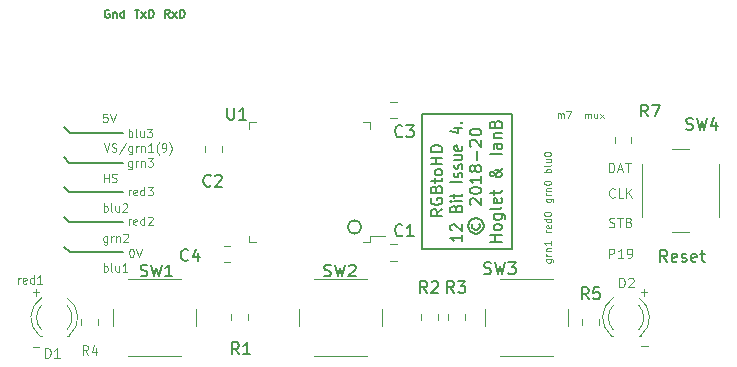
<source format=gto>
G04 #@! TF.GenerationSoftware,KiCad,Pcbnew,5.1.5+dfsg1-2build2*
G04 #@! TF.CreationDate,2022-04-20T15:50:19-04:00*
G04 #@! TF.ProjectId,rgb-to-hdmi,7267622d-746f-42d6-9864-6d692e6b6963,rev?*
G04 #@! TF.SameCoordinates,Original*
G04 #@! TF.FileFunction,Legend,Top*
G04 #@! TF.FilePolarity,Positive*
%FSLAX46Y46*%
G04 Gerber Fmt 4.6, Leading zero omitted, Abs format (unit mm)*
G04 Created by KiCad (PCBNEW 5.1.5+dfsg1-2build2) date 2022-04-20 15:50:19*
%MOMM*%
%LPD*%
G04 APERTURE LIST*
%ADD10C,0.100000*%
%ADD11C,0.110000*%
%ADD12C,0.150000*%
%ADD13C,0.120000*%
%ADD14C,0.130000*%
G04 APERTURE END LIST*
D10*
X66006228Y-45963445D02*
X66491942Y-45963445D01*
X66549085Y-45992017D01*
X66577657Y-46020588D01*
X66606228Y-46077731D01*
X66606228Y-46163445D01*
X66577657Y-46220588D01*
X66377657Y-45963445D02*
X66406228Y-46020588D01*
X66406228Y-46134874D01*
X66377657Y-46192017D01*
X66349085Y-46220588D01*
X66291942Y-46249160D01*
X66120514Y-46249160D01*
X66063371Y-46220588D01*
X66034800Y-46192017D01*
X66006228Y-46134874D01*
X66006228Y-46020588D01*
X66034800Y-45963445D01*
X66406228Y-45677731D02*
X66006228Y-45677731D01*
X66120514Y-45677731D02*
X66063371Y-45649160D01*
X66034800Y-45620588D01*
X66006228Y-45563445D01*
X66006228Y-45506302D01*
X66006228Y-45306302D02*
X66406228Y-45306302D01*
X66063371Y-45306302D02*
X66034800Y-45277731D01*
X66006228Y-45220588D01*
X66006228Y-45134874D01*
X66034800Y-45077731D01*
X66091942Y-45049160D01*
X66406228Y-45049160D01*
X66406228Y-44449160D02*
X66406228Y-44792017D01*
X66406228Y-44620588D02*
X65806228Y-44620588D01*
X65891942Y-44677731D01*
X65949085Y-44734874D01*
X65977657Y-44792017D01*
D11*
X22535733Y-48777360D02*
X23069066Y-48777360D01*
X22802400Y-49044026D02*
X22802400Y-48510693D01*
X74021533Y-48777360D02*
X74554866Y-48777360D01*
X74288200Y-49044026D02*
X74288200Y-48510693D01*
D12*
X25642000Y-45374560D02*
X25190000Y-44917360D01*
D10*
X69274971Y-34038188D02*
X69274971Y-33638188D01*
X69274971Y-33695331D02*
X69303542Y-33666760D01*
X69360685Y-33638188D01*
X69446400Y-33638188D01*
X69503542Y-33666760D01*
X69532114Y-33723902D01*
X69532114Y-34038188D01*
X69532114Y-33723902D02*
X69560685Y-33666760D01*
X69617828Y-33638188D01*
X69703542Y-33638188D01*
X69760685Y-33666760D01*
X69789257Y-33723902D01*
X69789257Y-34038188D01*
X70332114Y-33638188D02*
X70332114Y-34038188D01*
X70074971Y-33638188D02*
X70074971Y-33952474D01*
X70103542Y-34009617D01*
X70160685Y-34038188D01*
X70246400Y-34038188D01*
X70303542Y-34009617D01*
X70332114Y-33981045D01*
X70560685Y-34038188D02*
X70874971Y-33638188D01*
X70560685Y-33638188D02*
X70874971Y-34038188D01*
X66963542Y-34012788D02*
X66963542Y-33612788D01*
X66963542Y-33669931D02*
X66992114Y-33641360D01*
X67049257Y-33612788D01*
X67134971Y-33612788D01*
X67192114Y-33641360D01*
X67220685Y-33698502D01*
X67220685Y-34012788D01*
X67220685Y-33698502D02*
X67249257Y-33641360D01*
X67306400Y-33612788D01*
X67392114Y-33612788D01*
X67449257Y-33641360D01*
X67477828Y-33698502D01*
X67477828Y-34012788D01*
X67706400Y-33412788D02*
X68106400Y-33412788D01*
X67849257Y-34012788D01*
X66406228Y-38597417D02*
X65806228Y-38597417D01*
X66034800Y-38597417D02*
X66006228Y-38540274D01*
X66006228Y-38425988D01*
X66034800Y-38368845D01*
X66063371Y-38340274D01*
X66120514Y-38311702D01*
X66291942Y-38311702D01*
X66349085Y-38340274D01*
X66377657Y-38368845D01*
X66406228Y-38425988D01*
X66406228Y-38540274D01*
X66377657Y-38597417D01*
X66406228Y-37968845D02*
X66377657Y-38025988D01*
X66320514Y-38054560D01*
X65806228Y-38054560D01*
X66006228Y-37483131D02*
X66406228Y-37483131D01*
X66006228Y-37740274D02*
X66320514Y-37740274D01*
X66377657Y-37711702D01*
X66406228Y-37654560D01*
X66406228Y-37568845D01*
X66377657Y-37511702D01*
X66349085Y-37483131D01*
X65806228Y-37083131D02*
X65806228Y-37025988D01*
X65834800Y-36968845D01*
X65863371Y-36940274D01*
X65920514Y-36911702D01*
X66034800Y-36883131D01*
X66177657Y-36883131D01*
X66291942Y-36911702D01*
X66349085Y-36940274D01*
X66377657Y-36968845D01*
X66406228Y-37025988D01*
X66406228Y-37083131D01*
X66377657Y-37140274D01*
X66349085Y-37168845D01*
X66291942Y-37197417D01*
X66177657Y-37225988D01*
X66034800Y-37225988D01*
X65920514Y-37197417D01*
X65863371Y-37168845D01*
X65834800Y-37140274D01*
X65806228Y-37083131D01*
X66006228Y-40832645D02*
X66491942Y-40832645D01*
X66549085Y-40861217D01*
X66577657Y-40889788D01*
X66606228Y-40946931D01*
X66606228Y-41032645D01*
X66577657Y-41089788D01*
X66377657Y-40832645D02*
X66406228Y-40889788D01*
X66406228Y-41004074D01*
X66377657Y-41061217D01*
X66349085Y-41089788D01*
X66291942Y-41118360D01*
X66120514Y-41118360D01*
X66063371Y-41089788D01*
X66034800Y-41061217D01*
X66006228Y-41004074D01*
X66006228Y-40889788D01*
X66034800Y-40832645D01*
X66406228Y-40546931D02*
X66006228Y-40546931D01*
X66120514Y-40546931D02*
X66063371Y-40518360D01*
X66034800Y-40489788D01*
X66006228Y-40432645D01*
X66006228Y-40375502D01*
X66006228Y-40175502D02*
X66406228Y-40175502D01*
X66063371Y-40175502D02*
X66034800Y-40146931D01*
X66006228Y-40089788D01*
X66006228Y-40004074D01*
X66034800Y-39946931D01*
X66091942Y-39918360D01*
X66406228Y-39918360D01*
X65806228Y-39518360D02*
X65806228Y-39461217D01*
X65834800Y-39404074D01*
X65863371Y-39375502D01*
X65920514Y-39346931D01*
X66034800Y-39318360D01*
X66177657Y-39318360D01*
X66291942Y-39346931D01*
X66349085Y-39375502D01*
X66377657Y-39404074D01*
X66406228Y-39461217D01*
X66406228Y-39518360D01*
X66377657Y-39575502D01*
X66349085Y-39604074D01*
X66291942Y-39632645D01*
X66177657Y-39661217D01*
X66034800Y-39661217D01*
X65920514Y-39632645D01*
X65863371Y-39604074D01*
X65834800Y-39575502D01*
X65806228Y-39518360D01*
X66406228Y-43691702D02*
X66006228Y-43691702D01*
X66120514Y-43691702D02*
X66063371Y-43663131D01*
X66034800Y-43634560D01*
X66006228Y-43577417D01*
X66006228Y-43520274D01*
X66377657Y-43091702D02*
X66406228Y-43148845D01*
X66406228Y-43263131D01*
X66377657Y-43320274D01*
X66320514Y-43348845D01*
X66091942Y-43348845D01*
X66034800Y-43320274D01*
X66006228Y-43263131D01*
X66006228Y-43148845D01*
X66034800Y-43091702D01*
X66091942Y-43063131D01*
X66149085Y-43063131D01*
X66206228Y-43348845D01*
X66406228Y-42548845D02*
X65806228Y-42548845D01*
X66377657Y-42548845D02*
X66406228Y-42605988D01*
X66406228Y-42720274D01*
X66377657Y-42777417D01*
X66349085Y-42805988D01*
X66291942Y-42834560D01*
X66120514Y-42834560D01*
X66063371Y-42805988D01*
X66034800Y-42777417D01*
X66006228Y-42720274D01*
X66006228Y-42605988D01*
X66034800Y-42548845D01*
X65806228Y-42148845D02*
X65806228Y-42091702D01*
X65834800Y-42034560D01*
X65863371Y-42005988D01*
X65920514Y-41977417D01*
X66034800Y-41948845D01*
X66177657Y-41948845D01*
X66291942Y-41977417D01*
X66349085Y-42005988D01*
X66377657Y-42034560D01*
X66406228Y-42091702D01*
X66406228Y-42148845D01*
X66377657Y-42205988D01*
X66349085Y-42234560D01*
X66291942Y-42263131D01*
X66177657Y-42291702D01*
X66034800Y-42291702D01*
X65920514Y-42263131D01*
X65863371Y-42234560D01*
X65834800Y-42205988D01*
X65806228Y-42148845D01*
D12*
X76238904Y-46178340D02*
X75905571Y-45702150D01*
X75667476Y-46178340D02*
X75667476Y-45178340D01*
X76048428Y-45178340D01*
X76143666Y-45225960D01*
X76191285Y-45273579D01*
X76238904Y-45368817D01*
X76238904Y-45511674D01*
X76191285Y-45606912D01*
X76143666Y-45654531D01*
X76048428Y-45702150D01*
X75667476Y-45702150D01*
X77048428Y-46130721D02*
X76953190Y-46178340D01*
X76762714Y-46178340D01*
X76667476Y-46130721D01*
X76619857Y-46035483D01*
X76619857Y-45654531D01*
X76667476Y-45559293D01*
X76762714Y-45511674D01*
X76953190Y-45511674D01*
X77048428Y-45559293D01*
X77096047Y-45654531D01*
X77096047Y-45749769D01*
X76619857Y-45845007D01*
X77477000Y-46130721D02*
X77572238Y-46178340D01*
X77762714Y-46178340D01*
X77857952Y-46130721D01*
X77905571Y-46035483D01*
X77905571Y-45987864D01*
X77857952Y-45892626D01*
X77762714Y-45845007D01*
X77619857Y-45845007D01*
X77524619Y-45797388D01*
X77477000Y-45702150D01*
X77477000Y-45654531D01*
X77524619Y-45559293D01*
X77619857Y-45511674D01*
X77762714Y-45511674D01*
X77857952Y-45559293D01*
X78715095Y-46130721D02*
X78619857Y-46178340D01*
X78429380Y-46178340D01*
X78334142Y-46130721D01*
X78286523Y-46035483D01*
X78286523Y-45654531D01*
X78334142Y-45559293D01*
X78429380Y-45511674D01*
X78619857Y-45511674D01*
X78715095Y-45559293D01*
X78762714Y-45654531D01*
X78762714Y-45749769D01*
X78286523Y-45845007D01*
X79048428Y-45511674D02*
X79429380Y-45511674D01*
X79191285Y-45178340D02*
X79191285Y-46035483D01*
X79238904Y-46130721D01*
X79334142Y-46178340D01*
X79429380Y-46178340D01*
D11*
X21294400Y-48028026D02*
X21294400Y-47561360D01*
X21294400Y-47694693D02*
X21327733Y-47628026D01*
X21361066Y-47594693D01*
X21427733Y-47561360D01*
X21494400Y-47561360D01*
X21994400Y-47994693D02*
X21927733Y-48028026D01*
X21794400Y-48028026D01*
X21727733Y-47994693D01*
X21694400Y-47928026D01*
X21694400Y-47661360D01*
X21727733Y-47594693D01*
X21794400Y-47561360D01*
X21927733Y-47561360D01*
X21994400Y-47594693D01*
X22027733Y-47661360D01*
X22027733Y-47728026D01*
X21694400Y-47794693D01*
X22627733Y-48028026D02*
X22627733Y-47328026D01*
X22627733Y-47994693D02*
X22561066Y-48028026D01*
X22427733Y-48028026D01*
X22361066Y-47994693D01*
X22327733Y-47961360D01*
X22294400Y-47894693D01*
X22294400Y-47694693D01*
X22327733Y-47628026D01*
X22361066Y-47594693D01*
X22427733Y-47561360D01*
X22561066Y-47561360D01*
X22627733Y-47594693D01*
X23327733Y-48028026D02*
X22927733Y-48028026D01*
X23127733Y-48028026D02*
X23127733Y-47328026D01*
X23061066Y-47428026D01*
X22994400Y-47494693D01*
X22927733Y-47528026D01*
X28524666Y-47012026D02*
X28524666Y-46312026D01*
X28524666Y-46578693D02*
X28591333Y-46545360D01*
X28724666Y-46545360D01*
X28791333Y-46578693D01*
X28824666Y-46612026D01*
X28858000Y-46678693D01*
X28858000Y-46878693D01*
X28824666Y-46945360D01*
X28791333Y-46978693D01*
X28724666Y-47012026D01*
X28591333Y-47012026D01*
X28524666Y-46978693D01*
X29258000Y-47012026D02*
X29191333Y-46978693D01*
X29158000Y-46912026D01*
X29158000Y-46312026D01*
X29824666Y-46545360D02*
X29824666Y-47012026D01*
X29524666Y-46545360D02*
X29524666Y-46912026D01*
X29558000Y-46978693D01*
X29624666Y-47012026D01*
X29724666Y-47012026D01*
X29791333Y-46978693D01*
X29824666Y-46945360D01*
X30524666Y-47012026D02*
X30124666Y-47012026D01*
X30324666Y-47012026D02*
X30324666Y-46312026D01*
X30258000Y-46412026D01*
X30191333Y-46478693D01*
X30124666Y-46512026D01*
D12*
X25642000Y-35239960D02*
X25184800Y-34782760D01*
X26150000Y-35239960D02*
X25642000Y-35239960D01*
X26150000Y-45374560D02*
X25642000Y-45374560D01*
X25621800Y-42834560D02*
X25164600Y-42377360D01*
X26150000Y-42834560D02*
X25642000Y-42834560D01*
X25621800Y-40294560D02*
X25164600Y-39837360D01*
X26175400Y-40294560D02*
X25642000Y-40294560D01*
X25621800Y-37779960D02*
X25164600Y-37322760D01*
X26150000Y-37779960D02*
X25642000Y-37779960D01*
D13*
X71305091Y-45863464D02*
X71305091Y-45063464D01*
X71609853Y-45063464D01*
X71686043Y-45101560D01*
X71724139Y-45139655D01*
X71762234Y-45215845D01*
X71762234Y-45330131D01*
X71724139Y-45406321D01*
X71686043Y-45444417D01*
X71609853Y-45482512D01*
X71305091Y-45482512D01*
X72524139Y-45863464D02*
X72066996Y-45863464D01*
X72295567Y-45863464D02*
X72295567Y-45063464D01*
X72219377Y-45177750D01*
X72143186Y-45253940D01*
X72066996Y-45292036D01*
X72905091Y-45863464D02*
X73057472Y-45863464D01*
X73133662Y-45825369D01*
X73171758Y-45787274D01*
X73247948Y-45672988D01*
X73286043Y-45520607D01*
X73286043Y-45215845D01*
X73247948Y-45139655D01*
X73209853Y-45101560D01*
X73133662Y-45063464D01*
X72981281Y-45063464D01*
X72905091Y-45101560D01*
X72866996Y-45139655D01*
X72828900Y-45215845D01*
X72828900Y-45406321D01*
X72866996Y-45482512D01*
X72905091Y-45520607D01*
X72981281Y-45558702D01*
X73133662Y-45558702D01*
X73209853Y-45520607D01*
X73247948Y-45482512D01*
X73286043Y-45406321D01*
X71322866Y-43209169D02*
X71437152Y-43247264D01*
X71627628Y-43247264D01*
X71703819Y-43209169D01*
X71741914Y-43171074D01*
X71780009Y-43094883D01*
X71780009Y-43018693D01*
X71741914Y-42942502D01*
X71703819Y-42904407D01*
X71627628Y-42866312D01*
X71475247Y-42828217D01*
X71399057Y-42790121D01*
X71360961Y-42752026D01*
X71322866Y-42675836D01*
X71322866Y-42599645D01*
X71360961Y-42523455D01*
X71399057Y-42485360D01*
X71475247Y-42447264D01*
X71665723Y-42447264D01*
X71780009Y-42485360D01*
X72008580Y-42447264D02*
X72465723Y-42447264D01*
X72237152Y-43247264D02*
X72237152Y-42447264D01*
X72999057Y-42828217D02*
X73113342Y-42866312D01*
X73151438Y-42904407D01*
X73189533Y-42980598D01*
X73189533Y-43094883D01*
X73151438Y-43171074D01*
X73113342Y-43209169D01*
X73037152Y-43247264D01*
X72732390Y-43247264D01*
X72732390Y-42447264D01*
X72999057Y-42447264D01*
X73075247Y-42485360D01*
X73113342Y-42523455D01*
X73151438Y-42599645D01*
X73151438Y-42675836D01*
X73113342Y-42752026D01*
X73075247Y-42790121D01*
X72999057Y-42828217D01*
X72732390Y-42828217D01*
X71312697Y-38586364D02*
X71312697Y-37786364D01*
X71503173Y-37786364D01*
X71617459Y-37824460D01*
X71693649Y-37900650D01*
X71731744Y-37976840D01*
X71769840Y-38129221D01*
X71769840Y-38243507D01*
X71731744Y-38395888D01*
X71693649Y-38472079D01*
X71617459Y-38548269D01*
X71503173Y-38586364D01*
X71312697Y-38586364D01*
X72074601Y-38357793D02*
X72455554Y-38357793D01*
X71998411Y-38586364D02*
X72265078Y-37786364D01*
X72531744Y-38586364D01*
X72684125Y-37786364D02*
X73141268Y-37786364D01*
X72912697Y-38586364D02*
X72912697Y-37786364D01*
X71805409Y-40681874D02*
X71767314Y-40719969D01*
X71653028Y-40758064D01*
X71576838Y-40758064D01*
X71462552Y-40719969D01*
X71386361Y-40643779D01*
X71348266Y-40567588D01*
X71310171Y-40415207D01*
X71310171Y-40300921D01*
X71348266Y-40148540D01*
X71386361Y-40072350D01*
X71462552Y-39996160D01*
X71576838Y-39958064D01*
X71653028Y-39958064D01*
X71767314Y-39996160D01*
X71805409Y-40034255D01*
X72529219Y-40758064D02*
X72148266Y-40758064D01*
X72148266Y-39958064D01*
X72795885Y-40758064D02*
X72795885Y-39958064D01*
X73253028Y-40758064D02*
X72910171Y-40300921D01*
X73253028Y-39958064D02*
X72795885Y-40415207D01*
D12*
X30193800Y-45374560D02*
X26129800Y-45374560D01*
D11*
X30851066Y-45067426D02*
X30917733Y-45067426D01*
X30984400Y-45100760D01*
X31017733Y-45134093D01*
X31051066Y-45200760D01*
X31084400Y-45334093D01*
X31084400Y-45500760D01*
X31051066Y-45634093D01*
X31017733Y-45700760D01*
X30984400Y-45734093D01*
X30917733Y-45767426D01*
X30851066Y-45767426D01*
X30784400Y-45734093D01*
X30751066Y-45700760D01*
X30717733Y-45634093D01*
X30684400Y-45500760D01*
X30684400Y-45334093D01*
X30717733Y-45200760D01*
X30751066Y-45134093D01*
X30784400Y-45100760D01*
X30851066Y-45067426D01*
X31284400Y-45067426D02*
X31517733Y-45767426D01*
X31751066Y-45067426D01*
D12*
X30193800Y-35239960D02*
X26129800Y-35239960D01*
X30193800Y-37779960D02*
X26129800Y-37779960D01*
X30193800Y-40294560D02*
X26129800Y-40294560D01*
X30193800Y-42834560D02*
X26129800Y-42834560D01*
D11*
X30641600Y-43049626D02*
X30641600Y-42582960D01*
X30641600Y-42716293D02*
X30674933Y-42649626D01*
X30708266Y-42616293D01*
X30774933Y-42582960D01*
X30841600Y-42582960D01*
X31341600Y-43016293D02*
X31274933Y-43049626D01*
X31141600Y-43049626D01*
X31074933Y-43016293D01*
X31041600Y-42949626D01*
X31041600Y-42682960D01*
X31074933Y-42616293D01*
X31141600Y-42582960D01*
X31274933Y-42582960D01*
X31341600Y-42616293D01*
X31374933Y-42682960D01*
X31374933Y-42749626D01*
X31041600Y-42816293D01*
X31974933Y-43049626D02*
X31974933Y-42349626D01*
X31974933Y-43016293D02*
X31908266Y-43049626D01*
X31774933Y-43049626D01*
X31708266Y-43016293D01*
X31674933Y-42982960D01*
X31641600Y-42916293D01*
X31641600Y-42716293D01*
X31674933Y-42649626D01*
X31708266Y-42616293D01*
X31774933Y-42582960D01*
X31908266Y-42582960D01*
X31974933Y-42616293D01*
X32274933Y-42416293D02*
X32308266Y-42382960D01*
X32374933Y-42349626D01*
X32541600Y-42349626D01*
X32608266Y-42382960D01*
X32641600Y-42416293D01*
X32674933Y-42482960D01*
X32674933Y-42549626D01*
X32641600Y-42649626D01*
X32241600Y-43049626D01*
X32674933Y-43049626D01*
X30641600Y-40560426D02*
X30641600Y-40093760D01*
X30641600Y-40227093D02*
X30674933Y-40160426D01*
X30708266Y-40127093D01*
X30774933Y-40093760D01*
X30841600Y-40093760D01*
X31341600Y-40527093D02*
X31274933Y-40560426D01*
X31141600Y-40560426D01*
X31074933Y-40527093D01*
X31041600Y-40460426D01*
X31041600Y-40193760D01*
X31074933Y-40127093D01*
X31141600Y-40093760D01*
X31274933Y-40093760D01*
X31341600Y-40127093D01*
X31374933Y-40193760D01*
X31374933Y-40260426D01*
X31041600Y-40327093D01*
X31974933Y-40560426D02*
X31974933Y-39860426D01*
X31974933Y-40527093D02*
X31908266Y-40560426D01*
X31774933Y-40560426D01*
X31708266Y-40527093D01*
X31674933Y-40493760D01*
X31641600Y-40427093D01*
X31641600Y-40227093D01*
X31674933Y-40160426D01*
X31708266Y-40127093D01*
X31774933Y-40093760D01*
X31908266Y-40093760D01*
X31974933Y-40127093D01*
X32241600Y-39860426D02*
X32674933Y-39860426D01*
X32441600Y-40127093D01*
X32541600Y-40127093D01*
X32608266Y-40160426D01*
X32641600Y-40193760D01*
X32674933Y-40260426D01*
X32674933Y-40427093D01*
X32641600Y-40493760D01*
X32608266Y-40527093D01*
X32541600Y-40560426D01*
X32341600Y-40560426D01*
X32274933Y-40527093D01*
X32241600Y-40493760D01*
X30924933Y-37655360D02*
X30924933Y-38222026D01*
X30891600Y-38288693D01*
X30858266Y-38322026D01*
X30791600Y-38355360D01*
X30691600Y-38355360D01*
X30624933Y-38322026D01*
X30924933Y-38088693D02*
X30858266Y-38122026D01*
X30724933Y-38122026D01*
X30658266Y-38088693D01*
X30624933Y-38055360D01*
X30591600Y-37988693D01*
X30591600Y-37788693D01*
X30624933Y-37722026D01*
X30658266Y-37688693D01*
X30724933Y-37655360D01*
X30858266Y-37655360D01*
X30924933Y-37688693D01*
X31258266Y-38122026D02*
X31258266Y-37655360D01*
X31258266Y-37788693D02*
X31291600Y-37722026D01*
X31324933Y-37688693D01*
X31391600Y-37655360D01*
X31458266Y-37655360D01*
X31691600Y-37655360D02*
X31691600Y-38122026D01*
X31691600Y-37722026D02*
X31724933Y-37688693D01*
X31791600Y-37655360D01*
X31891600Y-37655360D01*
X31958266Y-37688693D01*
X31991600Y-37755360D01*
X31991600Y-38122026D01*
X32258266Y-37422026D02*
X32691600Y-37422026D01*
X32458266Y-37688693D01*
X32558266Y-37688693D01*
X32624933Y-37722026D01*
X32658266Y-37755360D01*
X32691600Y-37822026D01*
X32691600Y-37988693D01*
X32658266Y-38055360D01*
X32624933Y-38088693D01*
X32558266Y-38122026D01*
X32358266Y-38122026D01*
X32291600Y-38088693D01*
X32258266Y-38055360D01*
X30632866Y-35607426D02*
X30632866Y-34907426D01*
X30632866Y-35174093D02*
X30699533Y-35140760D01*
X30832866Y-35140760D01*
X30899533Y-35174093D01*
X30932866Y-35207426D01*
X30966200Y-35274093D01*
X30966200Y-35474093D01*
X30932866Y-35540760D01*
X30899533Y-35574093D01*
X30832866Y-35607426D01*
X30699533Y-35607426D01*
X30632866Y-35574093D01*
X31366200Y-35607426D02*
X31299533Y-35574093D01*
X31266200Y-35507426D01*
X31266200Y-34907426D01*
X31932866Y-35140760D02*
X31932866Y-35607426D01*
X31632866Y-35140760D02*
X31632866Y-35507426D01*
X31666200Y-35574093D01*
X31732866Y-35607426D01*
X31832866Y-35607426D01*
X31899533Y-35574093D01*
X31932866Y-35540760D01*
X32199533Y-34907426D02*
X32632866Y-34907426D01*
X32399533Y-35174093D01*
X32499533Y-35174093D01*
X32566200Y-35207426D01*
X32599533Y-35240760D01*
X32632866Y-35307426D01*
X32632866Y-35474093D01*
X32599533Y-35540760D01*
X32566200Y-35574093D01*
X32499533Y-35607426D01*
X32299533Y-35607426D01*
X32232866Y-35574093D01*
X32199533Y-35540760D01*
X28842133Y-44030760D02*
X28842133Y-44597426D01*
X28808800Y-44664093D01*
X28775466Y-44697426D01*
X28708800Y-44730760D01*
X28608800Y-44730760D01*
X28542133Y-44697426D01*
X28842133Y-44464093D02*
X28775466Y-44497426D01*
X28642133Y-44497426D01*
X28575466Y-44464093D01*
X28542133Y-44430760D01*
X28508800Y-44364093D01*
X28508800Y-44164093D01*
X28542133Y-44097426D01*
X28575466Y-44064093D01*
X28642133Y-44030760D01*
X28775466Y-44030760D01*
X28842133Y-44064093D01*
X29175466Y-44497426D02*
X29175466Y-44030760D01*
X29175466Y-44164093D02*
X29208800Y-44097426D01*
X29242133Y-44064093D01*
X29308800Y-44030760D01*
X29375466Y-44030760D01*
X29608800Y-44030760D02*
X29608800Y-44497426D01*
X29608800Y-44097426D02*
X29642133Y-44064093D01*
X29708800Y-44030760D01*
X29808800Y-44030760D01*
X29875466Y-44064093D01*
X29908800Y-44130760D01*
X29908800Y-44497426D01*
X30208800Y-43864093D02*
X30242133Y-43830760D01*
X30308800Y-43797426D01*
X30475466Y-43797426D01*
X30542133Y-43830760D01*
X30575466Y-43864093D01*
X30608800Y-43930760D01*
X30608800Y-43997426D01*
X30575466Y-44097426D01*
X30175466Y-44497426D01*
X30608800Y-44497426D01*
X28524666Y-41932026D02*
X28524666Y-41232026D01*
X28524666Y-41498693D02*
X28591333Y-41465360D01*
X28724666Y-41465360D01*
X28791333Y-41498693D01*
X28824666Y-41532026D01*
X28858000Y-41598693D01*
X28858000Y-41798693D01*
X28824666Y-41865360D01*
X28791333Y-41898693D01*
X28724666Y-41932026D01*
X28591333Y-41932026D01*
X28524666Y-41898693D01*
X29258000Y-41932026D02*
X29191333Y-41898693D01*
X29158000Y-41832026D01*
X29158000Y-41232026D01*
X29824666Y-41465360D02*
X29824666Y-41932026D01*
X29524666Y-41465360D02*
X29524666Y-41832026D01*
X29558000Y-41898693D01*
X29624666Y-41932026D01*
X29724666Y-41932026D01*
X29791333Y-41898693D01*
X29824666Y-41865360D01*
X30124666Y-41298693D02*
X30158000Y-41265360D01*
X30224666Y-41232026D01*
X30391333Y-41232026D01*
X30458000Y-41265360D01*
X30491333Y-41298693D01*
X30524666Y-41365360D01*
X30524666Y-41432026D01*
X30491333Y-41532026D01*
X30091333Y-41932026D01*
X30524666Y-41932026D01*
X28542866Y-39417426D02*
X28542866Y-38717426D01*
X28542866Y-39050760D02*
X28942866Y-39050760D01*
X28942866Y-39417426D02*
X28942866Y-38717426D01*
X29242866Y-39384093D02*
X29342866Y-39417426D01*
X29509533Y-39417426D01*
X29576200Y-39384093D01*
X29609533Y-39350760D01*
X29642866Y-39284093D01*
X29642866Y-39217426D01*
X29609533Y-39150760D01*
X29576200Y-39117426D01*
X29509533Y-39084093D01*
X29376200Y-39050760D01*
X29309533Y-39017426D01*
X29276200Y-38984093D01*
X29242866Y-38917426D01*
X29242866Y-38850760D01*
X29276200Y-38784093D01*
X29309533Y-38750760D01*
X29376200Y-38717426D01*
X29542866Y-38717426D01*
X29642866Y-38750760D01*
X28547133Y-36152026D02*
X28780466Y-36852026D01*
X29013800Y-36152026D01*
X29213800Y-36818693D02*
X29313800Y-36852026D01*
X29480466Y-36852026D01*
X29547133Y-36818693D01*
X29580466Y-36785360D01*
X29613800Y-36718693D01*
X29613800Y-36652026D01*
X29580466Y-36585360D01*
X29547133Y-36552026D01*
X29480466Y-36518693D01*
X29347133Y-36485360D01*
X29280466Y-36452026D01*
X29247133Y-36418693D01*
X29213800Y-36352026D01*
X29213800Y-36285360D01*
X29247133Y-36218693D01*
X29280466Y-36185360D01*
X29347133Y-36152026D01*
X29513800Y-36152026D01*
X29613800Y-36185360D01*
X30413800Y-36118693D02*
X29813800Y-37018693D01*
X30947133Y-36385360D02*
X30947133Y-36952026D01*
X30913800Y-37018693D01*
X30880466Y-37052026D01*
X30813800Y-37085360D01*
X30713800Y-37085360D01*
X30647133Y-37052026D01*
X30947133Y-36818693D02*
X30880466Y-36852026D01*
X30747133Y-36852026D01*
X30680466Y-36818693D01*
X30647133Y-36785360D01*
X30613800Y-36718693D01*
X30613800Y-36518693D01*
X30647133Y-36452026D01*
X30680466Y-36418693D01*
X30747133Y-36385360D01*
X30880466Y-36385360D01*
X30947133Y-36418693D01*
X31280466Y-36852026D02*
X31280466Y-36385360D01*
X31280466Y-36518693D02*
X31313800Y-36452026D01*
X31347133Y-36418693D01*
X31413800Y-36385360D01*
X31480466Y-36385360D01*
X31713800Y-36385360D02*
X31713800Y-36852026D01*
X31713800Y-36452026D02*
X31747133Y-36418693D01*
X31813800Y-36385360D01*
X31913800Y-36385360D01*
X31980466Y-36418693D01*
X32013800Y-36485360D01*
X32013800Y-36852026D01*
X32713800Y-36852026D02*
X32313800Y-36852026D01*
X32513800Y-36852026D02*
X32513800Y-36152026D01*
X32447133Y-36252026D01*
X32380466Y-36318693D01*
X32313800Y-36352026D01*
X33213800Y-37118693D02*
X33180466Y-37085360D01*
X33113800Y-36985360D01*
X33080466Y-36918693D01*
X33047133Y-36818693D01*
X33013800Y-36652026D01*
X33013800Y-36518693D01*
X33047133Y-36352026D01*
X33080466Y-36252026D01*
X33113800Y-36185360D01*
X33180466Y-36085360D01*
X33213800Y-36052026D01*
X33513800Y-36852026D02*
X33647133Y-36852026D01*
X33713800Y-36818693D01*
X33747133Y-36785360D01*
X33813800Y-36685360D01*
X33847133Y-36552026D01*
X33847133Y-36285360D01*
X33813800Y-36218693D01*
X33780466Y-36185360D01*
X33713800Y-36152026D01*
X33580466Y-36152026D01*
X33513800Y-36185360D01*
X33480466Y-36218693D01*
X33447133Y-36285360D01*
X33447133Y-36452026D01*
X33480466Y-36518693D01*
X33513800Y-36552026D01*
X33580466Y-36585360D01*
X33713800Y-36585360D01*
X33780466Y-36552026D01*
X33813800Y-36518693D01*
X33847133Y-36452026D01*
X34080466Y-37118693D02*
X34113800Y-37085360D01*
X34180466Y-36985360D01*
X34213800Y-36918693D01*
X34247133Y-36818693D01*
X34280466Y-36652026D01*
X34280466Y-36518693D01*
X34247133Y-36352026D01*
X34213800Y-36252026D01*
X34180466Y-36185360D01*
X34113800Y-36085360D01*
X34080466Y-36052026D01*
X28841266Y-33637426D02*
X28507933Y-33637426D01*
X28474600Y-33970760D01*
X28507933Y-33937426D01*
X28574600Y-33904093D01*
X28741266Y-33904093D01*
X28807933Y-33937426D01*
X28841266Y-33970760D01*
X28874600Y-34037426D01*
X28874600Y-34204093D01*
X28841266Y-34270760D01*
X28807933Y-34304093D01*
X28741266Y-34337426D01*
X28574600Y-34337426D01*
X28507933Y-34304093D01*
X28474600Y-34270760D01*
X29074600Y-33637426D02*
X29307933Y-34337426D01*
X29541266Y-33637426D01*
D14*
X34115333Y-25523626D02*
X33882000Y-25190293D01*
X33715333Y-25523626D02*
X33715333Y-24823626D01*
X33982000Y-24823626D01*
X34048666Y-24856960D01*
X34082000Y-24890293D01*
X34115333Y-24956960D01*
X34115333Y-25056960D01*
X34082000Y-25123626D01*
X34048666Y-25156960D01*
X33982000Y-25190293D01*
X33715333Y-25190293D01*
X34348666Y-25523626D02*
X34715333Y-25056960D01*
X34348666Y-25056960D02*
X34715333Y-25523626D01*
X34982000Y-25523626D02*
X34982000Y-24823626D01*
X35148666Y-24823626D01*
X35248666Y-24856960D01*
X35315333Y-24923626D01*
X35348666Y-24990293D01*
X35382000Y-25123626D01*
X35382000Y-25223626D01*
X35348666Y-25356960D01*
X35315333Y-25423626D01*
X35248666Y-25490293D01*
X35148666Y-25523626D01*
X34982000Y-25523626D01*
X31158666Y-24823626D02*
X31558666Y-24823626D01*
X31358666Y-25523626D02*
X31358666Y-24823626D01*
X31725333Y-25523626D02*
X32092000Y-25056960D01*
X31725333Y-25056960D02*
X32092000Y-25523626D01*
X32358666Y-25523626D02*
X32358666Y-24823626D01*
X32525333Y-24823626D01*
X32625333Y-24856960D01*
X32692000Y-24923626D01*
X32725333Y-24990293D01*
X32758666Y-25123626D01*
X32758666Y-25223626D01*
X32725333Y-25356960D01*
X32692000Y-25423626D01*
X32625333Y-25490293D01*
X32525333Y-25523626D01*
X32358666Y-25523626D01*
X29002000Y-24856960D02*
X28935333Y-24823626D01*
X28835333Y-24823626D01*
X28735333Y-24856960D01*
X28668666Y-24923626D01*
X28635333Y-24990293D01*
X28602000Y-25123626D01*
X28602000Y-25223626D01*
X28635333Y-25356960D01*
X28668666Y-25423626D01*
X28735333Y-25490293D01*
X28835333Y-25523626D01*
X28902000Y-25523626D01*
X29002000Y-25490293D01*
X29035333Y-25456960D01*
X29035333Y-25223626D01*
X28902000Y-25223626D01*
X29335333Y-25056960D02*
X29335333Y-25523626D01*
X29335333Y-25123626D02*
X29368666Y-25090293D01*
X29435333Y-25056960D01*
X29535333Y-25056960D01*
X29602000Y-25090293D01*
X29635333Y-25156960D01*
X29635333Y-25523626D01*
X30268666Y-25523626D02*
X30268666Y-24823626D01*
X30268666Y-25490293D02*
X30202000Y-25523626D01*
X30068666Y-25523626D01*
X30002000Y-25490293D01*
X29968666Y-25456960D01*
X29935333Y-25390293D01*
X29935333Y-25190293D01*
X29968666Y-25123626D01*
X30002000Y-25090293D01*
X30068666Y-25056960D01*
X30202000Y-25056960D01*
X30268666Y-25090293D01*
D11*
X74046933Y-53298560D02*
X74580266Y-53298560D01*
X22561133Y-53425560D02*
X23094466Y-53425560D01*
D12*
X62218380Y-44497426D02*
X61218380Y-44497426D01*
X61694571Y-44497426D02*
X61694571Y-43937426D01*
X62218380Y-43937426D02*
X61218380Y-43937426D01*
X62218380Y-43330760D02*
X62170761Y-43424093D01*
X62123142Y-43470760D01*
X62027904Y-43517426D01*
X61742190Y-43517426D01*
X61646952Y-43470760D01*
X61599333Y-43424093D01*
X61551714Y-43330760D01*
X61551714Y-43190760D01*
X61599333Y-43097426D01*
X61646952Y-43050760D01*
X61742190Y-43004093D01*
X62027904Y-43004093D01*
X62123142Y-43050760D01*
X62170761Y-43097426D01*
X62218380Y-43190760D01*
X62218380Y-43330760D01*
X61551714Y-42164093D02*
X62361238Y-42164093D01*
X62456476Y-42210760D01*
X62504095Y-42257426D01*
X62551714Y-42350760D01*
X62551714Y-42490760D01*
X62504095Y-42584093D01*
X62170761Y-42164093D02*
X62218380Y-42257426D01*
X62218380Y-42444093D01*
X62170761Y-42537426D01*
X62123142Y-42584093D01*
X62027904Y-42630760D01*
X61742190Y-42630760D01*
X61646952Y-42584093D01*
X61599333Y-42537426D01*
X61551714Y-42444093D01*
X61551714Y-42257426D01*
X61599333Y-42164093D01*
X62218380Y-41557426D02*
X62170761Y-41650760D01*
X62075523Y-41697426D01*
X61218380Y-41697426D01*
X62170761Y-40810760D02*
X62218380Y-40904093D01*
X62218380Y-41090760D01*
X62170761Y-41184093D01*
X62075523Y-41230760D01*
X61694571Y-41230760D01*
X61599333Y-41184093D01*
X61551714Y-41090760D01*
X61551714Y-40904093D01*
X61599333Y-40810760D01*
X61694571Y-40764093D01*
X61789809Y-40764093D01*
X61885047Y-41230760D01*
X61551714Y-40484093D02*
X61551714Y-40110760D01*
X61218380Y-40344093D02*
X62075523Y-40344093D01*
X62170761Y-40297426D01*
X62218380Y-40204093D01*
X62218380Y-40110760D01*
X62218380Y-38244093D02*
X62218380Y-38290760D01*
X62170761Y-38384093D01*
X62027904Y-38524093D01*
X61742190Y-38757426D01*
X61599333Y-38850760D01*
X61456476Y-38897426D01*
X61361238Y-38897426D01*
X61266000Y-38850760D01*
X61218380Y-38757426D01*
X61218380Y-38710760D01*
X61266000Y-38617426D01*
X61361238Y-38570760D01*
X61408857Y-38570760D01*
X61504095Y-38617426D01*
X61551714Y-38664093D01*
X61742190Y-38944093D01*
X61789809Y-38990760D01*
X61885047Y-39037426D01*
X62027904Y-39037426D01*
X62123142Y-38990760D01*
X62170761Y-38944093D01*
X62218380Y-38850760D01*
X62218380Y-38710760D01*
X62170761Y-38617426D01*
X62123142Y-38570760D01*
X61932666Y-38430760D01*
X61789809Y-38384093D01*
X61694571Y-38384093D01*
X62218380Y-37077426D02*
X61218380Y-37077426D01*
X62218380Y-36190760D02*
X61694571Y-36190760D01*
X61599333Y-36237426D01*
X61551714Y-36330760D01*
X61551714Y-36517426D01*
X61599333Y-36610760D01*
X62170761Y-36190760D02*
X62218380Y-36284093D01*
X62218380Y-36517426D01*
X62170761Y-36610760D01*
X62075523Y-36657426D01*
X61980285Y-36657426D01*
X61885047Y-36610760D01*
X61837428Y-36517426D01*
X61837428Y-36284093D01*
X61789809Y-36190760D01*
X61551714Y-35724093D02*
X62218380Y-35724093D01*
X61646952Y-35724093D02*
X61599333Y-35677426D01*
X61551714Y-35584093D01*
X61551714Y-35444093D01*
X61599333Y-35350760D01*
X61694571Y-35304093D01*
X62218380Y-35304093D01*
X61694571Y-34510760D02*
X61742190Y-34370760D01*
X61789809Y-34324093D01*
X61885047Y-34277426D01*
X62027904Y-34277426D01*
X62123142Y-34324093D01*
X62170761Y-34370760D01*
X62218380Y-34464093D01*
X62218380Y-34837426D01*
X61218380Y-34837426D01*
X61218380Y-34510760D01*
X61266000Y-34417426D01*
X61313619Y-34370760D01*
X61408857Y-34324093D01*
X61504095Y-34324093D01*
X61599333Y-34370760D01*
X61646952Y-34417426D01*
X61694571Y-34510760D01*
X61694571Y-34837426D01*
X59754676Y-42953293D02*
X59707057Y-43046626D01*
X59707057Y-43233293D01*
X59754676Y-43326626D01*
X59849914Y-43419960D01*
X59945152Y-43466626D01*
X60135628Y-43466626D01*
X60230866Y-43419960D01*
X60326104Y-43326626D01*
X60373723Y-43233293D01*
X60373723Y-43046626D01*
X60326104Y-42953293D01*
X59373723Y-43139960D02*
X59421342Y-43373293D01*
X59564200Y-43606626D01*
X59802295Y-43746626D01*
X60040390Y-43793293D01*
X60278485Y-43746626D01*
X60516580Y-43606626D01*
X60659438Y-43373293D01*
X60707057Y-43139960D01*
X60659438Y-42906626D01*
X60516580Y-42673293D01*
X60278485Y-42533293D01*
X60040390Y-42486626D01*
X59802295Y-42533293D01*
X59564200Y-42673293D01*
X59421342Y-42906626D01*
X59373723Y-43139960D01*
X59611819Y-41366626D02*
X59564200Y-41319960D01*
X59516580Y-41226626D01*
X59516580Y-40993293D01*
X59564200Y-40899960D01*
X59611819Y-40853293D01*
X59707057Y-40806626D01*
X59802295Y-40806626D01*
X59945152Y-40853293D01*
X60516580Y-41413293D01*
X60516580Y-40806626D01*
X59516580Y-40199960D02*
X59516580Y-40106626D01*
X59564200Y-40013293D01*
X59611819Y-39966626D01*
X59707057Y-39919960D01*
X59897533Y-39873293D01*
X60135628Y-39873293D01*
X60326104Y-39919960D01*
X60421342Y-39966626D01*
X60468961Y-40013293D01*
X60516580Y-40106626D01*
X60516580Y-40199960D01*
X60468961Y-40293293D01*
X60421342Y-40339960D01*
X60326104Y-40386626D01*
X60135628Y-40433293D01*
X59897533Y-40433293D01*
X59707057Y-40386626D01*
X59611819Y-40339960D01*
X59564200Y-40293293D01*
X59516580Y-40199960D01*
X60516580Y-38939960D02*
X60516580Y-39499960D01*
X60516580Y-39219960D02*
X59516580Y-39219960D01*
X59659438Y-39313293D01*
X59754676Y-39406626D01*
X59802295Y-39499960D01*
X59945152Y-38379960D02*
X59897533Y-38473293D01*
X59849914Y-38519960D01*
X59754676Y-38566626D01*
X59707057Y-38566626D01*
X59611819Y-38519960D01*
X59564200Y-38473293D01*
X59516580Y-38379960D01*
X59516580Y-38193293D01*
X59564200Y-38099960D01*
X59611819Y-38053293D01*
X59707057Y-38006626D01*
X59754676Y-38006626D01*
X59849914Y-38053293D01*
X59897533Y-38099960D01*
X59945152Y-38193293D01*
X59945152Y-38379960D01*
X59992771Y-38473293D01*
X60040390Y-38519960D01*
X60135628Y-38566626D01*
X60326104Y-38566626D01*
X60421342Y-38519960D01*
X60468961Y-38473293D01*
X60516580Y-38379960D01*
X60516580Y-38193293D01*
X60468961Y-38099960D01*
X60421342Y-38053293D01*
X60326104Y-38006626D01*
X60135628Y-38006626D01*
X60040390Y-38053293D01*
X59992771Y-38099960D01*
X59945152Y-38193293D01*
X60135628Y-37586626D02*
X60135628Y-36839960D01*
X59611819Y-36419960D02*
X59564200Y-36373293D01*
X59516580Y-36279960D01*
X59516580Y-36046626D01*
X59564200Y-35953293D01*
X59611819Y-35906626D01*
X59707057Y-35859960D01*
X59802295Y-35859960D01*
X59945152Y-35906626D01*
X60516580Y-36466626D01*
X60516580Y-35859960D01*
X59516580Y-35253293D02*
X59516580Y-35159960D01*
X59564200Y-35066626D01*
X59611819Y-35019960D01*
X59707057Y-34973293D01*
X59897533Y-34926626D01*
X60135628Y-34926626D01*
X60326104Y-34973293D01*
X60421342Y-35019960D01*
X60468961Y-35066626D01*
X60516580Y-35159960D01*
X60516580Y-35253293D01*
X60468961Y-35346626D01*
X60421342Y-35393293D01*
X60326104Y-35439960D01*
X60135628Y-35486626D01*
X59897533Y-35486626D01*
X59707057Y-35439960D01*
X59611819Y-35393293D01*
X59564200Y-35346626D01*
X59516580Y-35253293D01*
X58888440Y-43872540D02*
X58888440Y-44386825D01*
X58888440Y-44129682D02*
X57888440Y-44129682D01*
X58031298Y-44215397D01*
X58126536Y-44301111D01*
X58174155Y-44386825D01*
X57983679Y-43529682D02*
X57936060Y-43486825D01*
X57888440Y-43401111D01*
X57888440Y-43186825D01*
X57936060Y-43101111D01*
X57983679Y-43058254D01*
X58078917Y-43015397D01*
X58174155Y-43015397D01*
X58317012Y-43058254D01*
X58888440Y-43572540D01*
X58888440Y-43015397D01*
X58364631Y-41643968D02*
X58412250Y-41515397D01*
X58459869Y-41472540D01*
X58555107Y-41429682D01*
X58697964Y-41429682D01*
X58793202Y-41472540D01*
X58840821Y-41515397D01*
X58888440Y-41601111D01*
X58888440Y-41943968D01*
X57888440Y-41943968D01*
X57888440Y-41643968D01*
X57936060Y-41558254D01*
X57983679Y-41515397D01*
X58078917Y-41472540D01*
X58174155Y-41472540D01*
X58269393Y-41515397D01*
X58317012Y-41558254D01*
X58364631Y-41643968D01*
X58364631Y-41943968D01*
X58888440Y-41043968D02*
X58221774Y-41043968D01*
X57888440Y-41043968D02*
X57936060Y-41086825D01*
X57983679Y-41043968D01*
X57936060Y-41001111D01*
X57888440Y-41043968D01*
X57983679Y-41043968D01*
X58221774Y-40743968D02*
X58221774Y-40401111D01*
X57888440Y-40615397D02*
X58745583Y-40615397D01*
X58840821Y-40572540D01*
X58888440Y-40486825D01*
X58888440Y-40401111D01*
X58888440Y-39415397D02*
X57888440Y-39415397D01*
X58840821Y-39029682D02*
X58888440Y-38943968D01*
X58888440Y-38772540D01*
X58840821Y-38686825D01*
X58745583Y-38643968D01*
X58697964Y-38643968D01*
X58602726Y-38686825D01*
X58555107Y-38772540D01*
X58555107Y-38901111D01*
X58507488Y-38986825D01*
X58412250Y-39029682D01*
X58364631Y-39029682D01*
X58269393Y-38986825D01*
X58221774Y-38901111D01*
X58221774Y-38772540D01*
X58269393Y-38686825D01*
X58840821Y-38301111D02*
X58888440Y-38215397D01*
X58888440Y-38043968D01*
X58840821Y-37958254D01*
X58745583Y-37915397D01*
X58697964Y-37915397D01*
X58602726Y-37958254D01*
X58555107Y-38043968D01*
X58555107Y-38172540D01*
X58507488Y-38258254D01*
X58412250Y-38301111D01*
X58364631Y-38301111D01*
X58269393Y-38258254D01*
X58221774Y-38172540D01*
X58221774Y-38043968D01*
X58269393Y-37958254D01*
X58221774Y-37143968D02*
X58888440Y-37143968D01*
X58221774Y-37529682D02*
X58745583Y-37529682D01*
X58840821Y-37486825D01*
X58888440Y-37401111D01*
X58888440Y-37272540D01*
X58840821Y-37186825D01*
X58793202Y-37143968D01*
X58840821Y-36372540D02*
X58888440Y-36458254D01*
X58888440Y-36629682D01*
X58840821Y-36715397D01*
X58745583Y-36758254D01*
X58364631Y-36758254D01*
X58269393Y-36715397D01*
X58221774Y-36629682D01*
X58221774Y-36458254D01*
X58269393Y-36372540D01*
X58364631Y-36329682D01*
X58459869Y-36329682D01*
X58555107Y-36758254D01*
X58221774Y-34872540D02*
X58888440Y-34872540D01*
X57840821Y-35086825D02*
X58555107Y-35301111D01*
X58555107Y-34743968D01*
X58793202Y-34401111D02*
X58840821Y-34358254D01*
X58888440Y-34401111D01*
X58840821Y-34443968D01*
X58793202Y-34401111D01*
X58888440Y-34401111D01*
X57214580Y-41737893D02*
X56738390Y-42064560D01*
X57214580Y-42297893D02*
X56214580Y-42297893D01*
X56214580Y-41924560D01*
X56262200Y-41831226D01*
X56309819Y-41784560D01*
X56405057Y-41737893D01*
X56547914Y-41737893D01*
X56643152Y-41784560D01*
X56690771Y-41831226D01*
X56738390Y-41924560D01*
X56738390Y-42297893D01*
X56262200Y-40804560D02*
X56214580Y-40897893D01*
X56214580Y-41037893D01*
X56262200Y-41177893D01*
X56357438Y-41271226D01*
X56452676Y-41317893D01*
X56643152Y-41364560D01*
X56786009Y-41364560D01*
X56976485Y-41317893D01*
X57071723Y-41271226D01*
X57166961Y-41177893D01*
X57214580Y-41037893D01*
X57214580Y-40944560D01*
X57166961Y-40804560D01*
X57119342Y-40757893D01*
X56786009Y-40757893D01*
X56786009Y-40944560D01*
X56690771Y-40011226D02*
X56738390Y-39871226D01*
X56786009Y-39824560D01*
X56881247Y-39777893D01*
X57024104Y-39777893D01*
X57119342Y-39824560D01*
X57166961Y-39871226D01*
X57214580Y-39964560D01*
X57214580Y-40337893D01*
X56214580Y-40337893D01*
X56214580Y-40011226D01*
X56262200Y-39917893D01*
X56309819Y-39871226D01*
X56405057Y-39824560D01*
X56500295Y-39824560D01*
X56595533Y-39871226D01*
X56643152Y-39917893D01*
X56690771Y-40011226D01*
X56690771Y-40337893D01*
X56547914Y-39497893D02*
X56547914Y-39124560D01*
X56214580Y-39357893D02*
X57071723Y-39357893D01*
X57166961Y-39311226D01*
X57214580Y-39217893D01*
X57214580Y-39124560D01*
X57214580Y-38657893D02*
X57166961Y-38751226D01*
X57119342Y-38797893D01*
X57024104Y-38844560D01*
X56738390Y-38844560D01*
X56643152Y-38797893D01*
X56595533Y-38751226D01*
X56547914Y-38657893D01*
X56547914Y-38517893D01*
X56595533Y-38424560D01*
X56643152Y-38377893D01*
X56738390Y-38331226D01*
X57024104Y-38331226D01*
X57119342Y-38377893D01*
X57166961Y-38424560D01*
X57214580Y-38517893D01*
X57214580Y-38657893D01*
X57214580Y-37911226D02*
X56214580Y-37911226D01*
X56690771Y-37911226D02*
X56690771Y-37351226D01*
X57214580Y-37351226D02*
X56214580Y-37351226D01*
X57214580Y-36884560D02*
X56214580Y-36884560D01*
X56214580Y-36651226D01*
X56262200Y-36511226D01*
X56357438Y-36417893D01*
X56452676Y-36371226D01*
X56643152Y-36324560D01*
X56786009Y-36324560D01*
X56976485Y-36371226D01*
X57071723Y-36417893D01*
X57166961Y-36511226D01*
X57214580Y-36651226D01*
X57214580Y-36884560D01*
X50339961Y-43240960D02*
G75*
G03X50339961Y-43240960I-567961J0D01*
G01*
X63061400Y-45074960D02*
X55441400Y-45074960D01*
X63061400Y-33644960D02*
X63061400Y-45074960D01*
X55441400Y-33644960D02*
X63061400Y-33644960D01*
X55441400Y-45074960D02*
X55441400Y-33644960D01*
D13*
X39313600Y-50565308D02*
X39313600Y-51087812D01*
X40733600Y-50565308D02*
X40733600Y-51087812D01*
X41427000Y-34320960D02*
X40852000Y-34320960D01*
X40852000Y-34320960D02*
X40852000Y-34895960D01*
X50497000Y-34320960D02*
X51072000Y-34320960D01*
X51072000Y-34320960D02*
X51072000Y-34895960D01*
X41427000Y-44540960D02*
X40852000Y-44540960D01*
X40852000Y-44540960D02*
X40852000Y-43965960D01*
X50497000Y-44540960D02*
X51072000Y-44540960D01*
X51072000Y-44540960D02*
X51072000Y-43965960D01*
X51072000Y-43965960D02*
X52362000Y-43965960D01*
X53335252Y-44689960D02*
X52812748Y-44689960D01*
X53335252Y-46109960D02*
X52812748Y-46109960D01*
X37124000Y-36898212D02*
X37124000Y-36375708D01*
X38544000Y-36898212D02*
X38544000Y-36375708D01*
X52812748Y-32624960D02*
X53335252Y-32624960D01*
X52812748Y-34044960D02*
X53335252Y-34044960D01*
X39263652Y-46236960D02*
X38741148Y-46236960D01*
X39263652Y-44816960D02*
X38741148Y-44816960D01*
X56844700Y-51122212D02*
X56844700Y-50599708D01*
X55424700Y-51122212D02*
X55424700Y-50599708D01*
X59118000Y-51122212D02*
X59118000Y-50599708D01*
X57698000Y-51122212D02*
X57698000Y-50599708D01*
X26588200Y-51006108D02*
X26588200Y-51528612D01*
X28008200Y-51006108D02*
X28008200Y-51528612D01*
X70477000Y-51031508D02*
X70477000Y-51554012D01*
X69057000Y-51031508D02*
X69057000Y-51554012D01*
X29306000Y-50146960D02*
X29306000Y-51646960D01*
X30556000Y-54146960D02*
X35056000Y-54146960D01*
X36306000Y-51646960D02*
X36306000Y-50146960D01*
X35056000Y-47646960D02*
X30556000Y-47646960D01*
X50804000Y-47646960D02*
X46304000Y-47646960D01*
X52054000Y-51646960D02*
X52054000Y-50146960D01*
X46304000Y-54146960D02*
X50804000Y-54146960D01*
X45054000Y-50146960D02*
X45054000Y-51646960D01*
X66552000Y-47646960D02*
X62052000Y-47646960D01*
X67802000Y-51646960D02*
X67802000Y-50146960D01*
X62052000Y-54146960D02*
X66552000Y-54146960D01*
X60802000Y-50146960D02*
X60802000Y-51646960D01*
X76617000Y-43640960D02*
X78117000Y-43640960D01*
X80617000Y-42390960D02*
X80617000Y-37890960D01*
X78117000Y-36640960D02*
X76617000Y-36640960D01*
X74117000Y-37890960D02*
X74117000Y-42390960D01*
X71797660Y-36098112D02*
X71797660Y-35575608D01*
X73217660Y-36098112D02*
X73217660Y-35575608D01*
X25429000Y-52460960D02*
X25585000Y-52460960D01*
X23113000Y-52460960D02*
X23269000Y-52460960D01*
X25428837Y-49859830D02*
G75*
G02X25429000Y-51941921I-1079837J-1041130D01*
G01*
X23269163Y-49859830D02*
G75*
G03X23269000Y-51941921I1079837J-1041130D01*
G01*
X25427608Y-49228625D02*
G75*
G02X25584516Y-52460960I-1078608J-1672335D01*
G01*
X23270392Y-49228625D02*
G75*
G03X23113484Y-52460960I1078608J-1672335D01*
G01*
X71680392Y-49228625D02*
G75*
G03X71523484Y-52460960I1078608J-1672335D01*
G01*
X73837608Y-49228625D02*
G75*
G02X73994516Y-52460960I-1078608J-1672335D01*
G01*
X71679163Y-49859830D02*
G75*
G03X71679000Y-51941921I1079837J-1041130D01*
G01*
X73838837Y-49859830D02*
G75*
G02X73839000Y-51941921I-1079837J-1041130D01*
G01*
X71523000Y-52460960D02*
X71679000Y-52460960D01*
X73839000Y-52460960D02*
X73995000Y-52460960D01*
D12*
X39985333Y-54003340D02*
X39652000Y-53527150D01*
X39413904Y-54003340D02*
X39413904Y-53003340D01*
X39794857Y-53003340D01*
X39890095Y-53050960D01*
X39937714Y-53098579D01*
X39985333Y-53193817D01*
X39985333Y-53336674D01*
X39937714Y-53431912D01*
X39890095Y-53479531D01*
X39794857Y-53527150D01*
X39413904Y-53527150D01*
X40937714Y-54003340D02*
X40366285Y-54003340D01*
X40652000Y-54003340D02*
X40652000Y-53003340D01*
X40556761Y-53146198D01*
X40461523Y-53241436D01*
X40366285Y-53289055D01*
X39007695Y-33142940D02*
X39007695Y-33952464D01*
X39055314Y-34047702D01*
X39102933Y-34095321D01*
X39198171Y-34142940D01*
X39388647Y-34142940D01*
X39483885Y-34095321D01*
X39531504Y-34047702D01*
X39579123Y-33952464D01*
X39579123Y-33142940D01*
X40579123Y-34142940D02*
X40007695Y-34142940D01*
X40293409Y-34142940D02*
X40293409Y-33142940D01*
X40198171Y-33285798D01*
X40102933Y-33381036D01*
X40007695Y-33428655D01*
X53810333Y-43908102D02*
X53762714Y-43955721D01*
X53619857Y-44003340D01*
X53524619Y-44003340D01*
X53381761Y-43955721D01*
X53286523Y-43860483D01*
X53238904Y-43765245D01*
X53191285Y-43574769D01*
X53191285Y-43431912D01*
X53238904Y-43241436D01*
X53286523Y-43146198D01*
X53381761Y-43050960D01*
X53524619Y-43003340D01*
X53619857Y-43003340D01*
X53762714Y-43050960D01*
X53810333Y-43098579D01*
X54762714Y-44003340D02*
X54191285Y-44003340D01*
X54477000Y-44003340D02*
X54477000Y-43003340D01*
X54381761Y-43146198D01*
X54286523Y-43241436D01*
X54191285Y-43289055D01*
X37596333Y-39711902D02*
X37548714Y-39759521D01*
X37405857Y-39807140D01*
X37310619Y-39807140D01*
X37167761Y-39759521D01*
X37072523Y-39664283D01*
X37024904Y-39569045D01*
X36977285Y-39378569D01*
X36977285Y-39235712D01*
X37024904Y-39045236D01*
X37072523Y-38949998D01*
X37167761Y-38854760D01*
X37310619Y-38807140D01*
X37405857Y-38807140D01*
X37548714Y-38854760D01*
X37596333Y-38902379D01*
X37977285Y-38902379D02*
X38024904Y-38854760D01*
X38120142Y-38807140D01*
X38358238Y-38807140D01*
X38453476Y-38854760D01*
X38501095Y-38902379D01*
X38548714Y-38997617D01*
X38548714Y-39092855D01*
X38501095Y-39235712D01*
X37929666Y-39807140D01*
X38548714Y-39807140D01*
X53810333Y-35533102D02*
X53762714Y-35580721D01*
X53619857Y-35628340D01*
X53524619Y-35628340D01*
X53381761Y-35580721D01*
X53286523Y-35485483D01*
X53238904Y-35390245D01*
X53191285Y-35199769D01*
X53191285Y-35056912D01*
X53238904Y-34866436D01*
X53286523Y-34771198D01*
X53381761Y-34675960D01*
X53524619Y-34628340D01*
X53619857Y-34628340D01*
X53762714Y-34675960D01*
X53810333Y-34723579D01*
X54143666Y-34628340D02*
X54762714Y-34628340D01*
X54429380Y-35009293D01*
X54572238Y-35009293D01*
X54667476Y-35056912D01*
X54715095Y-35104531D01*
X54762714Y-35199769D01*
X54762714Y-35437864D01*
X54715095Y-35533102D01*
X54667476Y-35580721D01*
X54572238Y-35628340D01*
X54286523Y-35628340D01*
X54191285Y-35580721D01*
X54143666Y-35533102D01*
X35686133Y-46011102D02*
X35638514Y-46058721D01*
X35495657Y-46106340D01*
X35400419Y-46106340D01*
X35257561Y-46058721D01*
X35162323Y-45963483D01*
X35114704Y-45868245D01*
X35067085Y-45677769D01*
X35067085Y-45534912D01*
X35114704Y-45344436D01*
X35162323Y-45249198D01*
X35257561Y-45153960D01*
X35400419Y-45106340D01*
X35495657Y-45106340D01*
X35638514Y-45153960D01*
X35686133Y-45201579D01*
X36543276Y-45439674D02*
X36543276Y-46106340D01*
X36305180Y-45058721D02*
X36067085Y-45773007D01*
X36686133Y-45773007D01*
X55915333Y-48823340D02*
X55582000Y-48347150D01*
X55343904Y-48823340D02*
X55343904Y-47823340D01*
X55724857Y-47823340D01*
X55820095Y-47870960D01*
X55867714Y-47918579D01*
X55915333Y-48013817D01*
X55915333Y-48156674D01*
X55867714Y-48251912D01*
X55820095Y-48299531D01*
X55724857Y-48347150D01*
X55343904Y-48347150D01*
X56296285Y-47918579D02*
X56343904Y-47870960D01*
X56439142Y-47823340D01*
X56677238Y-47823340D01*
X56772476Y-47870960D01*
X56820095Y-47918579D01*
X56867714Y-48013817D01*
X56867714Y-48109055D01*
X56820095Y-48251912D01*
X56248666Y-48823340D01*
X56867714Y-48823340D01*
X58195333Y-48811440D02*
X57862000Y-48335250D01*
X57623904Y-48811440D02*
X57623904Y-47811440D01*
X58004857Y-47811440D01*
X58100095Y-47859060D01*
X58147714Y-47906679D01*
X58195333Y-48001917D01*
X58195333Y-48144774D01*
X58147714Y-48240012D01*
X58100095Y-48287631D01*
X58004857Y-48335250D01*
X57623904Y-48335250D01*
X58528666Y-47811440D02*
X59147714Y-47811440D01*
X58814380Y-48192393D01*
X58957238Y-48192393D01*
X59052476Y-48240012D01*
X59100095Y-48287631D01*
X59147714Y-48382869D01*
X59147714Y-48620964D01*
X59100095Y-48716202D01*
X59052476Y-48763821D01*
X58957238Y-48811440D01*
X58671523Y-48811440D01*
X58576285Y-48763821D01*
X58528666Y-48716202D01*
D13*
X27204866Y-54049264D02*
X26938200Y-53668312D01*
X26747723Y-54049264D02*
X26747723Y-53249264D01*
X27052485Y-53249264D01*
X27128676Y-53287360D01*
X27166771Y-53325455D01*
X27204866Y-53401645D01*
X27204866Y-53515931D01*
X27166771Y-53592121D01*
X27128676Y-53630217D01*
X27052485Y-53668312D01*
X26747723Y-53668312D01*
X27890580Y-53515931D02*
X27890580Y-54049264D01*
X27700104Y-53211169D02*
X27509628Y-53782598D01*
X28004866Y-53782598D01*
D12*
X69590173Y-49352460D02*
X69256840Y-48876270D01*
X69018744Y-49352460D02*
X69018744Y-48352460D01*
X69399697Y-48352460D01*
X69494935Y-48400080D01*
X69542554Y-48447699D01*
X69590173Y-48542937D01*
X69590173Y-48685794D01*
X69542554Y-48781032D01*
X69494935Y-48828651D01*
X69399697Y-48876270D01*
X69018744Y-48876270D01*
X70494935Y-48352460D02*
X70018744Y-48352460D01*
X69971125Y-48828651D01*
X70018744Y-48781032D01*
X70113982Y-48733413D01*
X70352078Y-48733413D01*
X70447316Y-48781032D01*
X70494935Y-48828651D01*
X70542554Y-48923889D01*
X70542554Y-49161984D01*
X70494935Y-49257222D01*
X70447316Y-49304841D01*
X70352078Y-49352460D01*
X70113982Y-49352460D01*
X70018744Y-49304841D01*
X69971125Y-49257222D01*
X31668666Y-47375721D02*
X31811523Y-47423340D01*
X32049619Y-47423340D01*
X32144857Y-47375721D01*
X32192476Y-47328102D01*
X32240095Y-47232864D01*
X32240095Y-47137626D01*
X32192476Y-47042388D01*
X32144857Y-46994769D01*
X32049619Y-46947150D01*
X31859142Y-46899531D01*
X31763904Y-46851912D01*
X31716285Y-46804293D01*
X31668666Y-46709055D01*
X31668666Y-46613817D01*
X31716285Y-46518579D01*
X31763904Y-46470960D01*
X31859142Y-46423340D01*
X32097238Y-46423340D01*
X32240095Y-46470960D01*
X32573428Y-46423340D02*
X32811523Y-47423340D01*
X33002000Y-46709055D01*
X33192476Y-47423340D01*
X33430571Y-46423340D01*
X34335333Y-47423340D02*
X33763904Y-47423340D01*
X34049619Y-47423340D02*
X34049619Y-46423340D01*
X33954380Y-46566198D01*
X33859142Y-46661436D01*
X33763904Y-46709055D01*
X47208666Y-47365721D02*
X47351523Y-47413340D01*
X47589619Y-47413340D01*
X47684857Y-47365721D01*
X47732476Y-47318102D01*
X47780095Y-47222864D01*
X47780095Y-47127626D01*
X47732476Y-47032388D01*
X47684857Y-46984769D01*
X47589619Y-46937150D01*
X47399142Y-46889531D01*
X47303904Y-46841912D01*
X47256285Y-46794293D01*
X47208666Y-46699055D01*
X47208666Y-46603817D01*
X47256285Y-46508579D01*
X47303904Y-46460960D01*
X47399142Y-46413340D01*
X47637238Y-46413340D01*
X47780095Y-46460960D01*
X48113428Y-46413340D02*
X48351523Y-47413340D01*
X48542000Y-46699055D01*
X48732476Y-47413340D01*
X48970571Y-46413340D01*
X49303904Y-46508579D02*
X49351523Y-46460960D01*
X49446761Y-46413340D01*
X49684857Y-46413340D01*
X49780095Y-46460960D01*
X49827714Y-46508579D01*
X49875333Y-46603817D01*
X49875333Y-46699055D01*
X49827714Y-46841912D01*
X49256285Y-47413340D01*
X49875333Y-47413340D01*
X60737466Y-47176321D02*
X60880323Y-47223940D01*
X61118419Y-47223940D01*
X61213657Y-47176321D01*
X61261276Y-47128702D01*
X61308895Y-47033464D01*
X61308895Y-46938226D01*
X61261276Y-46842988D01*
X61213657Y-46795369D01*
X61118419Y-46747750D01*
X60927942Y-46700131D01*
X60832704Y-46652512D01*
X60785085Y-46604893D01*
X60737466Y-46509655D01*
X60737466Y-46414417D01*
X60785085Y-46319179D01*
X60832704Y-46271560D01*
X60927942Y-46223940D01*
X61166038Y-46223940D01*
X61308895Y-46271560D01*
X61642228Y-46223940D02*
X61880323Y-47223940D01*
X62070800Y-46509655D01*
X62261276Y-47223940D01*
X62499371Y-46223940D01*
X62785085Y-46223940D02*
X63404133Y-46223940D01*
X63070800Y-46604893D01*
X63213657Y-46604893D01*
X63308895Y-46652512D01*
X63356514Y-46700131D01*
X63404133Y-46795369D01*
X63404133Y-47033464D01*
X63356514Y-47128702D01*
X63308895Y-47176321D01*
X63213657Y-47223940D01*
X62927942Y-47223940D01*
X62832704Y-47176321D01*
X62785085Y-47128702D01*
X77843666Y-34955721D02*
X77986523Y-35003340D01*
X78224619Y-35003340D01*
X78319857Y-34955721D01*
X78367476Y-34908102D01*
X78415095Y-34812864D01*
X78415095Y-34717626D01*
X78367476Y-34622388D01*
X78319857Y-34574769D01*
X78224619Y-34527150D01*
X78034142Y-34479531D01*
X77938904Y-34431912D01*
X77891285Y-34384293D01*
X77843666Y-34289055D01*
X77843666Y-34193817D01*
X77891285Y-34098579D01*
X77938904Y-34050960D01*
X78034142Y-34003340D01*
X78272238Y-34003340D01*
X78415095Y-34050960D01*
X78748428Y-34003340D02*
X78986523Y-35003340D01*
X79177000Y-34289055D01*
X79367476Y-35003340D01*
X79605571Y-34003340D01*
X80415095Y-34336674D02*
X80415095Y-35003340D01*
X80177000Y-33955721D02*
X79938904Y-34670007D01*
X80557952Y-34670007D01*
X74610333Y-33878340D02*
X74277000Y-33402150D01*
X74038904Y-33878340D02*
X74038904Y-32878340D01*
X74419857Y-32878340D01*
X74515095Y-32925960D01*
X74562714Y-32973579D01*
X74610333Y-33068817D01*
X74610333Y-33211674D01*
X74562714Y-33306912D01*
X74515095Y-33354531D01*
X74419857Y-33402150D01*
X74038904Y-33402150D01*
X74943666Y-32878340D02*
X75610333Y-32878340D01*
X75181761Y-33878340D01*
D13*
X23586523Y-54287864D02*
X23586523Y-53487864D01*
X23777000Y-53487864D01*
X23891285Y-53525960D01*
X23967476Y-53602150D01*
X24005571Y-53678340D01*
X24043666Y-53830721D01*
X24043666Y-53945007D01*
X24005571Y-54097388D01*
X23967476Y-54173579D01*
X23891285Y-54249769D01*
X23777000Y-54287864D01*
X23586523Y-54287864D01*
X24805571Y-54287864D02*
X24348428Y-54287864D01*
X24577000Y-54287864D02*
X24577000Y-53487864D01*
X24500809Y-53602150D01*
X24424619Y-53678340D01*
X24348428Y-53716436D01*
X72199123Y-48352664D02*
X72199123Y-47552664D01*
X72389600Y-47552664D01*
X72503885Y-47590760D01*
X72580076Y-47666950D01*
X72618171Y-47743140D01*
X72656266Y-47895521D01*
X72656266Y-48009807D01*
X72618171Y-48162188D01*
X72580076Y-48238379D01*
X72503885Y-48314569D01*
X72389600Y-48352664D01*
X72199123Y-48352664D01*
X72961028Y-47628855D02*
X72999123Y-47590760D01*
X73075314Y-47552664D01*
X73265790Y-47552664D01*
X73341980Y-47590760D01*
X73380076Y-47628855D01*
X73418171Y-47705045D01*
X73418171Y-47781236D01*
X73380076Y-47895521D01*
X72922933Y-48352664D01*
X73418171Y-48352664D01*
M02*

</source>
